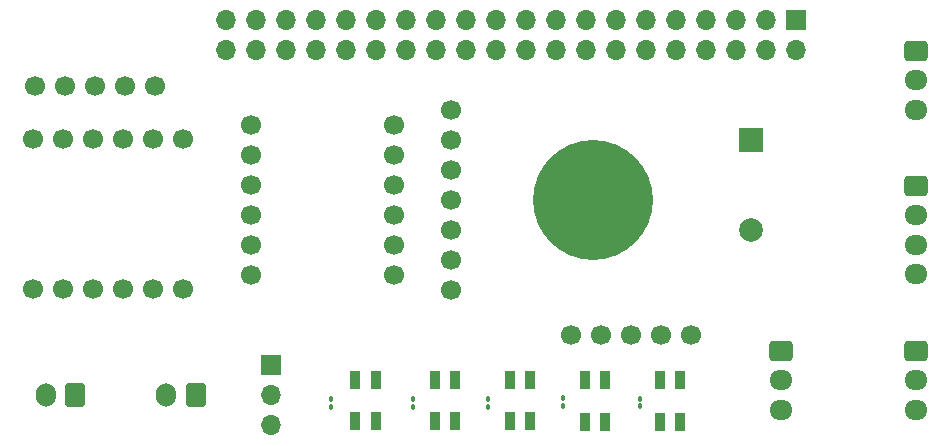
<source format=gbr>
%TF.GenerationSoftware,KiCad,Pcbnew,7.0.8-7.0.8~ubuntu22.04.1*%
%TF.CreationDate,2023-11-17T20:33:24+00:00*%
%TF.ProjectId,v4head,76346865-6164-42e6-9b69-6361645f7063,rev?*%
%TF.SameCoordinates,Original*%
%TF.FileFunction,Soldermask,Top*%
%TF.FilePolarity,Negative*%
%FSLAX46Y46*%
G04 Gerber Fmt 4.6, Leading zero omitted, Abs format (unit mm)*
G04 Created by KiCad (PCBNEW 7.0.8-7.0.8~ubuntu22.04.1) date 2023-11-17 20:33:24*
%MOMM*%
%LPD*%
G01*
G04 APERTURE LIST*
G04 Aperture macros list*
%AMRoundRect*
0 Rectangle with rounded corners*
0 $1 Rounding radius*
0 $2 $3 $4 $5 $6 $7 $8 $9 X,Y pos of 4 corners*
0 Add a 4 corners polygon primitive as box body*
4,1,4,$2,$3,$4,$5,$6,$7,$8,$9,$2,$3,0*
0 Add four circle primitives for the rounded corners*
1,1,$1+$1,$2,$3*
1,1,$1+$1,$4,$5*
1,1,$1+$1,$6,$7*
1,1,$1+$1,$8,$9*
0 Add four rect primitives between the rounded corners*
20,1,$1+$1,$2,$3,$4,$5,0*
20,1,$1+$1,$4,$5,$6,$7,0*
20,1,$1+$1,$6,$7,$8,$9,0*
20,1,$1+$1,$8,$9,$2,$3,0*%
G04 Aperture macros list end*
%ADD10RoundRect,0.100000X0.100000X-0.130000X0.100000X0.130000X-0.100000X0.130000X-0.100000X-0.130000X0*%
%ADD11R,0.850000X1.600000*%
%ADD12C,1.700000*%
%ADD13RoundRect,0.250000X-0.725000X0.600000X-0.725000X-0.600000X0.725000X-0.600000X0.725000X0.600000X0*%
%ADD14O,1.950000X1.700000*%
%ADD15R,1.700000X1.700000*%
%ADD16O,1.700000X1.700000*%
%ADD17R,2.000000X2.000000*%
%ADD18C,2.000000*%
%ADD19RoundRect,0.250000X0.600000X0.750000X-0.600000X0.750000X-0.600000X-0.750000X0.600000X-0.750000X0*%
%ADD20O,1.700000X2.000000*%
%ADD21C,10.160000*%
G04 APERTURE END LIST*
D10*
%TO.C,C1*%
X146050000Y-83505000D03*
X146050000Y-82865000D03*
%TD*%
D11*
%TO.C,D3*%
X162955000Y-81224000D03*
X161205000Y-81224000D03*
X161205000Y-84724000D03*
X162955000Y-84724000D03*
%TD*%
%TO.C,D1*%
X149860000Y-81224000D03*
X148110000Y-81224000D03*
X148110000Y-84724000D03*
X149860000Y-84724000D03*
%TD*%
D12*
%TO.C,LLC1*%
X128427500Y-73547500D03*
X125887500Y-73547500D03*
X133507500Y-73547500D03*
X130967500Y-73547500D03*
X123347500Y-73547500D03*
X120807500Y-73547500D03*
X128427500Y-60847500D03*
X125887500Y-60847500D03*
X133507500Y-60847500D03*
X130967500Y-60847500D03*
X123347500Y-60847500D03*
X120807500Y-60847500D03*
%TD*%
D10*
%TO.C,C4*%
X165735000Y-83444000D03*
X165735000Y-82804000D03*
%TD*%
%TO.C,C3*%
X159385000Y-83505000D03*
X159385000Y-82865000D03*
%TD*%
D12*
%TO.C,RCWL-516*%
X131162500Y-56402500D03*
X128622500Y-56402500D03*
X126082500Y-56402500D03*
X123542500Y-56402500D03*
X121002500Y-56402500D03*
%TD*%
%TO.C,AMP1*%
X156210000Y-73660000D03*
X156210000Y-71120000D03*
X156210000Y-68580000D03*
X156210000Y-66040000D03*
X156210000Y-63500000D03*
X156210000Y-60960000D03*
X156210000Y-58420000D03*
%TD*%
D11*
%TO.C,D4*%
X169305000Y-81280000D03*
X167555000Y-81280000D03*
X167555000Y-84780000D03*
X169305000Y-84780000D03*
%TD*%
D13*
%TO.C,5V_EXT1*%
X195580000Y-78780000D03*
D14*
X195580000Y-81280000D03*
X195580000Y-83780000D03*
%TD*%
D15*
%TO.C,PI1*%
X185420000Y-50800000D03*
D16*
X185420000Y-53340000D03*
X182880000Y-50800000D03*
X182880000Y-53340000D03*
X180340000Y-50800000D03*
X180340000Y-53340000D03*
X177800000Y-50800000D03*
X177800000Y-53340000D03*
X175260000Y-50800000D03*
X175260000Y-53340000D03*
X172720000Y-50800000D03*
X172720000Y-53340000D03*
X170180000Y-50800000D03*
X170180000Y-53340000D03*
X167640000Y-50800000D03*
X167640000Y-53340000D03*
X165100000Y-50800000D03*
X165100000Y-53340000D03*
X162560000Y-50800000D03*
X162560000Y-53340000D03*
X160020000Y-50800000D03*
X160020000Y-53340000D03*
X157480000Y-50800000D03*
X157480000Y-53340000D03*
X154940000Y-50800000D03*
X154940000Y-53340000D03*
X152400000Y-50800000D03*
X152400000Y-53340000D03*
X149860000Y-50800000D03*
X149860000Y-53340000D03*
X147320000Y-50800000D03*
X147320000Y-53340000D03*
X144780000Y-50800000D03*
X144780000Y-53340000D03*
X142240000Y-50800000D03*
X142240000Y-53340000D03*
X139700000Y-50800000D03*
X139700000Y-53340000D03*
X137160000Y-50800000D03*
X137160000Y-53340000D03*
%TD*%
D11*
%TO.C,D5*%
X175655000Y-81280000D03*
X173905000Y-81280000D03*
X173905000Y-84780000D03*
X175655000Y-84780000D03*
%TD*%
D13*
%TO.C,3V_EXT1*%
X195580000Y-53380000D03*
D14*
X195580000Y-55880000D03*
X195580000Y-58380000D03*
%TD*%
D17*
%TO.C,BZ1*%
X181610000Y-60970000D03*
D18*
X181610000Y-68570000D03*
%TD*%
D12*
%TO.C,MIC2*%
X139335000Y-59690000D03*
X139335000Y-62230000D03*
X139335000Y-64770000D03*
X139335000Y-67310000D03*
X139335000Y-69850000D03*
X139335000Y-72390000D03*
%TD*%
D10*
%TO.C,C2*%
X153035000Y-83505000D03*
X153035000Y-82865000D03*
%TD*%
D12*
%TO.C,I2C_NEO1*%
X166370000Y-77470000D03*
X168910000Y-77470000D03*
X171450000Y-77470000D03*
X173990000Y-77470000D03*
X176530000Y-77470000D03*
%TD*%
D13*
%TO.C,I2C_EXT1*%
X195580000Y-64810000D03*
D14*
X195580000Y-67310000D03*
X195580000Y-69810000D03*
X195580000Y-72310000D03*
%TD*%
D11*
%TO.C,D2*%
X156605000Y-81224000D03*
X154855000Y-81224000D03*
X154855000Y-84724000D03*
X156605000Y-84724000D03*
%TD*%
D15*
%TO.C,SRV1*%
X140970000Y-80010000D03*
D16*
X140970000Y-82550000D03*
X140970000Y-85090000D03*
%TD*%
D10*
%TO.C,C5*%
X172212000Y-83469000D03*
X172212000Y-82829000D03*
%TD*%
D19*
%TO.C,SERIAL1*%
X124420000Y-82550000D03*
D20*
X121920000Y-82550000D03*
%TD*%
D13*
%TO.C,NEO1*%
X184150000Y-78780000D03*
D14*
X184150000Y-81280000D03*
X184150000Y-83780000D03*
%TD*%
D12*
%TO.C,MIC1*%
X151400000Y-59690000D03*
X151400000Y-62230000D03*
X151400000Y-64770000D03*
X151400000Y-67310000D03*
X151400000Y-69850000D03*
X151400000Y-72390000D03*
%TD*%
D19*
%TO.C,PWR1*%
X134620000Y-82550000D03*
D20*
X132120000Y-82550000D03*
%TD*%
D21*
%TO.C,HOLE*%
X168275000Y-66040000D03*
%TD*%
M02*

</source>
